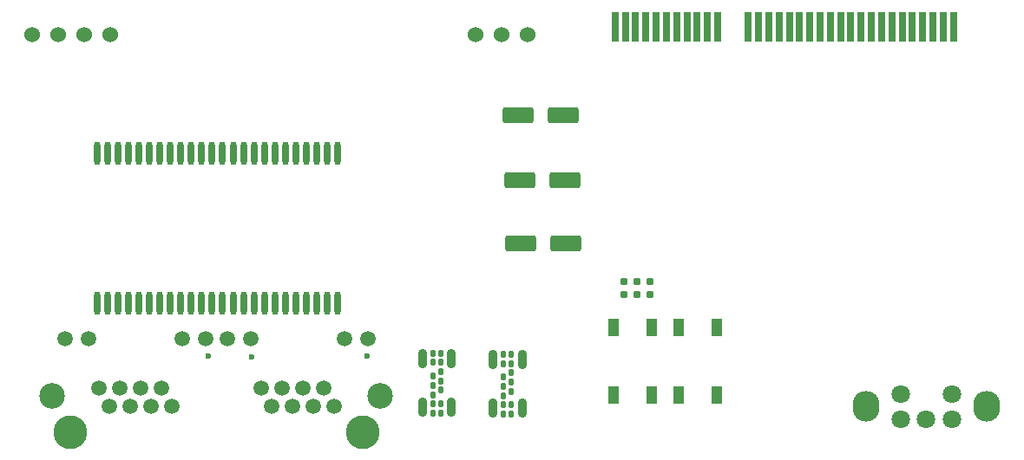
<source format=gbr>
%TF.GenerationSoftware,KiCad,Pcbnew,8.0.1*%
%TF.CreationDate,2024-05-07T15:17:13+02:00*%
%TF.ProjectId,WCH-Eth-Base,5743482d-4574-4682-9d42-6173652e6b69,rev?*%
%TF.SameCoordinates,Original*%
%TF.FileFunction,Copper,L1,Top*%
%TF.FilePolarity,Positive*%
%FSLAX46Y46*%
G04 Gerber Fmt 4.6, Leading zero omitted, Abs format (unit mm)*
G04 Created by KiCad (PCBNEW 8.0.1) date 2024-05-07 15:17:13*
%MOMM*%
%LPD*%
G01*
G04 APERTURE LIST*
G04 Aperture macros list*
%AMRoundRect*
0 Rectangle with rounded corners*
0 $1 Rounding radius*
0 $2 $3 $4 $5 $6 $7 $8 $9 X,Y pos of 4 corners*
0 Add a 4 corners polygon primitive as box body*
4,1,4,$2,$3,$4,$5,$6,$7,$8,$9,$2,$3,0*
0 Add four circle primitives for the rounded corners*
1,1,$1+$1,$2,$3*
1,1,$1+$1,$4,$5*
1,1,$1+$1,$6,$7*
1,1,$1+$1,$8,$9*
0 Add four rect primitives between the rounded corners*
20,1,$1+$1,$2,$3,$4,$5,0*
20,1,$1+$1,$4,$5,$6,$7,0*
20,1,$1+$1,$6,$7,$8,$9,0*
20,1,$1+$1,$8,$9,$2,$3,0*%
G04 Aperture macros list end*
%TA.AperFunction,SMDPad,CuDef*%
%ADD10R,1.000000X1.700000*%
%TD*%
%TA.AperFunction,ComponentPad*%
%ADD11C,3.300000*%
%TD*%
%TA.AperFunction,ComponentPad*%
%ADD12C,1.520000*%
%TD*%
%TA.AperFunction,ComponentPad*%
%ADD13C,2.500000*%
%TD*%
%TA.AperFunction,ComponentPad*%
%ADD14O,0.550000X0.700000*%
%TD*%
%TA.AperFunction,ComponentPad*%
%ADD15O,0.900000X1.900000*%
%TD*%
%TA.AperFunction,SMDPad,CuDef*%
%ADD16O,0.640000X2.300000*%
%TD*%
%TA.AperFunction,ConnectorPad*%
%ADD17C,0.787400*%
%TD*%
%TA.AperFunction,SMDPad,CuDef*%
%ADD18RoundRect,0.250000X-1.250000X-0.550000X1.250000X-0.550000X1.250000X0.550000X-1.250000X0.550000X0*%
%TD*%
%TA.AperFunction,ComponentPad*%
%ADD19O,2.600000X3.000000*%
%TD*%
%TA.AperFunction,ComponentPad*%
%ADD20C,1.800000*%
%TD*%
%TA.AperFunction,SMDPad,CuDef*%
%ADD21R,0.700000X3.000000*%
%TD*%
%TA.AperFunction,ComponentPad*%
%ADD22C,1.524000*%
%TD*%
%TA.AperFunction,ViaPad*%
%ADD23C,0.600000*%
%TD*%
G04 APERTURE END LIST*
D10*
%TO.P,SW1,1,1*%
%TO.N,GND*%
X59770400Y6402800D03*
%TO.P,SW1,2,2*%
%TO.N,nRst*%
X59770400Y13002800D03*
%TO.P,SW1,3*%
%TO.N,N/C*%
X63470400Y6402800D03*
%TO.P,SW1,4*%
X63470400Y13002800D03*
%TD*%
D11*
%TO.P,RJ1,*%
%TO.N,*%
X6755800Y2752800D03*
X35255800Y2752800D03*
D12*
%TO.P,RJ1,1,1*%
%TO.N,Eth0_BI_DA+*%
X16675800Y5292800D03*
%TO.P,RJ1,2,2*%
%TO.N,Eth0_BI_DA-*%
X15655800Y7082800D03*
%TO.P,RJ1,3,3*%
%TO.N,Eth0_BI_DB+*%
X14635800Y5292800D03*
%TO.P,RJ1,4,4*%
%TO.N,Eth0_BI_DC+*%
X13615800Y7082800D03*
%TO.P,RJ1,5,5*%
%TO.N,Eth0_BI_DC-*%
X12595800Y5292800D03*
%TO.P,RJ1,6,6*%
%TO.N,Eth0_BI_DB-*%
X11575800Y7082800D03*
%TO.P,RJ1,7,7*%
%TO.N,Eth0_BI_DD+*%
X10555800Y5292800D03*
%TO.P,RJ1,8,8*%
%TO.N,Eth0_BI_DD-*%
X9535800Y7082800D03*
%TO.P,RJ1,9,L-*%
%TO.N,Eth1_LedL*%
X19965800Y11892800D03*
%TO.P,RJ1,10,L+*%
%TO.N,Net-(R42-Pad2)*%
X17675800Y11892800D03*
%TO.P,RJ1,11,R-*%
%TO.N,Eth1_LedR*%
X8535800Y11892800D03*
%TO.P,RJ1,12,R+*%
%TO.N,Net-(R41-Pad2)*%
X6245800Y11892800D03*
%TO.P,RJ1,13,13*%
%TO.N,Eth1_BI_DA+*%
X32475800Y5292800D03*
%TO.P,RJ1,14,14*%
%TO.N,Eth1_BI_DA-*%
X31455800Y7082800D03*
%TO.P,RJ1,15,15*%
%TO.N,Eth1_BI_DB+*%
X30435800Y5292800D03*
%TO.P,RJ1,16,16*%
%TO.N,Eth1_BI_DC+*%
X29415800Y7082800D03*
%TO.P,RJ1,17,17*%
%TO.N,Eth1_BI_DC-*%
X28395800Y5292800D03*
%TO.P,RJ1,18,18*%
%TO.N,Eth1_BI_DB-*%
X27375800Y7082800D03*
%TO.P,RJ1,19,19*%
%TO.N,Eth1_BI_DD+*%
X26355800Y5292800D03*
%TO.P,RJ1,20,20*%
%TO.N,Eth1_BI_DD-*%
X25335800Y7082800D03*
%TO.P,RJ1,21,L-*%
%TO.N,Eth0_LedL*%
X35765800Y11892800D03*
%TO.P,RJ1,22,L+*%
%TO.N,Net-(R44-Pad2)*%
X33475800Y11892800D03*
%TO.P,RJ1,23,R-*%
%TO.N,Eth0_LedR*%
X24335800Y11892800D03*
%TO.P,RJ1,24,R+*%
%TO.N,Net-(R43-Pad2)*%
X22045800Y11892800D03*
D13*
%TO.P,RJ1,25,SHELL*%
%TO.N,Earth*%
X5005800Y6322800D03*
%TO.P,RJ1,26,SHELL*%
X37005800Y6322800D03*
%TD*%
D14*
%TO.P,J4,A1,GND*%
%TO.N,GND*%
X49034000Y4510800D03*
%TO.P,J4,A4,VBUS*%
%TO.N,Net-(D10-A)*%
X49034000Y5410800D03*
%TO.P,J4,A5,CC1*%
%TO.N,Net-(J4-CC1)*%
X49034000Y6320800D03*
%TO.P,J4,A6,D+*%
%TO.N,Net-(J4-D+-PadA6)*%
X49034000Y7220800D03*
%TO.P,J4,A7,D-*%
%TO.N,Net-(J4-D--PadA7)*%
X49034000Y8120800D03*
%TO.P,J4,A9,VBUS*%
%TO.N,Net-(D10-A)*%
X49034000Y9470800D03*
%TO.P,J4,A12,GND*%
%TO.N,GND*%
X49034000Y10370800D03*
%TO.P,J4,B1,GND*%
X49784000Y10370800D03*
%TO.P,J4,B4,VBUS*%
%TO.N,Net-(D10-A)*%
X49784000Y9470800D03*
%TO.P,J4,B5,CC2*%
%TO.N,Net-(J4-CC2)*%
X49784000Y8570800D03*
%TO.P,J4,B6,D+*%
%TO.N,Net-(J4-D+-PadA6)*%
X49784000Y7670800D03*
%TO.P,J4,B7,D-*%
%TO.N,Net-(J4-D--PadA7)*%
X49784000Y6760800D03*
%TO.P,J4,B9,VBUS*%
%TO.N,Net-(D10-A)*%
X49784000Y5410800D03*
%TO.P,J4,B12,GND*%
%TO.N,GND*%
X49784000Y4510800D03*
D15*
%TO.P,J4,SH1*%
%TO.N,N/C*%
X50834000Y9870800D03*
X50834000Y5070800D03*
%TO.P,J4,SH2*%
X47974000Y9870800D03*
X47974000Y5070800D03*
%TD*%
D16*
%TO.P,L2,1,1*%
%TO.N,Net-(L2-Pad1)*%
X32827400Y29992400D03*
%TO.P,L2,2,2*%
%TO.N,P1MDIAP*%
X31807400Y29992400D03*
%TO.P,L2,3,3*%
%TO.N,P1MDIAN*%
X30787400Y29992400D03*
%TO.P,L2,4,4*%
%TO.N,Net-(L2-Pad4)*%
X29767400Y29992400D03*
%TO.P,L2,5,5*%
%TO.N,P1MDIBP*%
X28747400Y29992400D03*
%TO.P,L2,6,6*%
%TO.N,P1MDIBN*%
X27727400Y29992400D03*
%TO.P,L2,7,7*%
%TO.N,Net-(L2-Pad7)*%
X26707400Y29992400D03*
%TO.P,L2,8,8*%
%TO.N,P1MDICP*%
X25687400Y29992400D03*
%TO.P,L2,9,9*%
%TO.N,P1MDICN*%
X24667400Y29992400D03*
%TO.P,L2,10,10*%
%TO.N,Net-(L2-Pad10)*%
X23647400Y29992400D03*
%TO.P,L2,11,11*%
%TO.N,P1MDIDP*%
X22627400Y29992400D03*
%TO.P,L2,12,12*%
%TO.N,P1MDIDN*%
X21607400Y29992400D03*
%TO.P,L2,13,13*%
%TO.N,Net-(L2-Pad13)*%
X20587400Y29992400D03*
%TO.P,L2,14,14*%
%TO.N,P2MDIAP*%
X19567400Y29992400D03*
%TO.P,L2,15,15*%
%TO.N,P2MDIAN*%
X18547400Y29992400D03*
%TO.P,L2,16,16*%
%TO.N,Net-(L2-Pad16)*%
X17527400Y29992400D03*
%TO.P,L2,17,17*%
%TO.N,P2MDIBP*%
X16507400Y29992400D03*
%TO.P,L2,18,18*%
%TO.N,P2MDIBN*%
X15487400Y29992400D03*
%TO.P,L2,19,19*%
%TO.N,Net-(L2-Pad19)*%
X14467400Y29992400D03*
%TO.P,L2,20,20*%
%TO.N,P2MDICP*%
X13447400Y29992400D03*
%TO.P,L2,21,21*%
%TO.N,P2MDICN*%
X12427400Y29992400D03*
%TO.P,L2,22,22*%
%TO.N,Net-(L2-Pad22)*%
X11407400Y29992400D03*
%TO.P,L2,23,23*%
%TO.N,P2MDIDP*%
X10387400Y29992400D03*
%TO.P,L2,24,24*%
%TO.N,P2MDIDN*%
X9367400Y29992400D03*
%TO.P,L2,25,25*%
%TO.N,Eth0_BI_DD-*%
X9367400Y15392400D03*
%TO.P,L2,26,26*%
%TO.N,Eth0_BI_DD+*%
X10387400Y15392400D03*
%TO.P,L2,27,27*%
%TO.N,Net-(C20-Pad1)*%
X11407400Y15392400D03*
%TO.P,L2,28,28*%
%TO.N,Eth0_BI_DC-*%
X12427400Y15392400D03*
%TO.P,L2,29,29*%
%TO.N,Eth0_BI_DC+*%
X13447400Y15392400D03*
%TO.P,L2,30,30*%
%TO.N,Net-(C21-Pad1)*%
X14467400Y15392400D03*
%TO.P,L2,31,31*%
%TO.N,Eth0_BI_DB-*%
X15487400Y15392400D03*
%TO.P,L2,32,32*%
%TO.N,Eth0_BI_DB+*%
X16507400Y15392400D03*
%TO.P,L2,33,33*%
%TO.N,Net-(C23-Pad1)*%
X17527400Y15392400D03*
%TO.P,L2,34,34*%
%TO.N,Eth0_BI_DA-*%
X18547400Y15392400D03*
%TO.P,L2,35,35*%
%TO.N,Eth0_BI_DA+*%
X19567400Y15392400D03*
%TO.P,L2,36,36*%
%TO.N,Net-(C24-Pad1)*%
X20587400Y15392400D03*
%TO.P,L2,37,37*%
%TO.N,Eth1_BI_DD-*%
X21607400Y15392400D03*
%TO.P,L2,38,38*%
%TO.N,Eth1_BI_DD+*%
X22627400Y15392400D03*
%TO.P,L2,39,39*%
%TO.N,Net-(C25-Pad1)*%
X23647400Y15392400D03*
%TO.P,L2,40,40*%
%TO.N,Eth1_BI_DC-*%
X24667400Y15392400D03*
%TO.P,L2,41,41*%
%TO.N,Eth1_BI_DC+*%
X25687400Y15392400D03*
%TO.P,L2,42,42*%
%TO.N,Net-(C26-Pad1)*%
X26707400Y15392400D03*
%TO.P,L2,43,43*%
%TO.N,Eth1_BI_DB-*%
X27727400Y15392400D03*
%TO.P,L2,44,44*%
%TO.N,Eth1_BI_DB+*%
X28747400Y15392400D03*
%TO.P,L2,45,45*%
%TO.N,Net-(C28-Pad1)*%
X29767400Y15392400D03*
%TO.P,L2,46,46*%
%TO.N,Eth1_BI_DA-*%
X30787400Y15392400D03*
%TO.P,L2,47,47*%
%TO.N,Eth1_BI_DA+*%
X31807400Y15392400D03*
%TO.P,L2,48,48*%
%TO.N,Net-(C29-Pad1)*%
X32827400Y15392400D03*
%TD*%
D17*
%TO.P,J6,1,VCC*%
%TO.N,+3.3V*%
X60756800Y16179800D03*
%TO.P,J6,2,SWDIO*%
%TO.N,SWDIO*%
X60756800Y17449800D03*
%TO.P,J6,3,~{RESET}*%
%TO.N,nRst*%
X62026800Y16179800D03*
%TO.P,J6,4,SWCLK*%
%TO.N,SWCLK*%
X62026800Y17449800D03*
%TO.P,J6,5,GND*%
%TO.N,GND*%
X63296800Y16179800D03*
%TO.P,J6,6,SWO*%
%TO.N,unconnected-(J6-SWO-Pad6)*%
X63296800Y17449800D03*
%TD*%
D14*
%TO.P,J5,A1,GND*%
%TO.N,GND*%
X42150600Y4601400D03*
%TO.P,J5,A4,VBUS*%
%TO.N,Net-(D11-A)*%
X42150600Y5501400D03*
%TO.P,J5,A5,CC1*%
%TO.N,Net-(J5-CC1)*%
X42150600Y6411400D03*
%TO.P,J5,A6,D+*%
%TO.N,Net-(J5-D+-PadA6)*%
X42150600Y7311400D03*
%TO.P,J5,A7,D-*%
%TO.N,Net-(J5-D--PadA7)*%
X42150600Y8211400D03*
%TO.P,J5,A9,VBUS*%
%TO.N,Net-(D11-A)*%
X42150600Y9561400D03*
%TO.P,J5,A12,GND*%
%TO.N,GND*%
X42150600Y10461400D03*
%TO.P,J5,B1,GND*%
X42900600Y10461400D03*
%TO.P,J5,B4,VBUS*%
%TO.N,Net-(D11-A)*%
X42900600Y9561400D03*
%TO.P,J5,B5,CC2*%
%TO.N,Net-(J5-CC2)*%
X42900600Y8661400D03*
%TO.P,J5,B6,D+*%
%TO.N,Net-(J5-D+-PadA6)*%
X42900600Y7761400D03*
%TO.P,J5,B7,D-*%
%TO.N,Net-(J5-D--PadA7)*%
X42900600Y6851400D03*
%TO.P,J5,B9,VBUS*%
%TO.N,Net-(D11-A)*%
X42900600Y5501400D03*
%TO.P,J5,B12,GND*%
%TO.N,GND*%
X42900600Y4601400D03*
D15*
%TO.P,J5,SH1*%
%TO.N,N/C*%
X43950600Y9961400D03*
X43950600Y5161400D03*
%TO.P,J5,SH2*%
X41090600Y9961400D03*
X41090600Y5161400D03*
%TD*%
D18*
%TO.P,C18,1*%
%TO.N,+3.3V*%
X50718000Y21183600D03*
%TO.P,C18,2*%
%TO.N,GND*%
X55118000Y21183600D03*
%TD*%
D19*
%TO.P,SW3,*%
%TO.N,*%
X96121600Y5258000D03*
X84421600Y5258000D03*
D20*
%TO.P,SW3,A,A*%
%TO.N,EncoderA*%
X87771600Y4008000D03*
%TO.P,SW3,B,B*%
%TO.N,EncoderB*%
X92771600Y4008000D03*
%TO.P,SW3,C,C*%
%TO.N,GND*%
X90271600Y4008000D03*
%TO.P,SW3,S1,S1*%
%TO.N,EncoderS1*%
X87771600Y6508000D03*
%TO.P,SW3,S2,S2*%
%TO.N,GND*%
X92771600Y6508000D03*
%TD*%
D21*
%TO.P,J1,1,Pin_1*%
%TO.N,GND*%
X59906600Y42400000D03*
%TO.P,J1,2,Pin_2*%
X60906600Y42400000D03*
%TO.P,J1,3,Pin_3*%
X61906600Y42400000D03*
%TO.P,J1,4,Pin_4*%
X62906600Y42400000D03*
%TO.P,J1,5,Pin_5*%
%TO.N,unconnected-(J1-Pin_5-Pad5)*%
X63906600Y42400000D03*
%TO.P,J1,6,Pin_6*%
%TO.N,unconnected-(J1-Pin_6-Pad6)*%
X64906600Y42400000D03*
%TO.P,J1,7,Pin_7*%
%TO.N,unconnected-(J1-Pin_7-Pad7)*%
X65906600Y42400000D03*
%TO.P,J1,8,Pin_8*%
%TO.N,unconnected-(J1-Pin_8-Pad8)*%
X66906600Y42400000D03*
%TO.P,J1,9,Pin_9*%
%TO.N,unconnected-(J1-Pin_9-Pad9)*%
X67906600Y42400000D03*
%TO.P,J1,10,Pin_10*%
%TO.N,unconnected-(J1-Pin_10-Pad10)*%
X68906600Y42400000D03*
%TO.P,J1,11,Pin_11*%
%TO.N,unconnected-(J1-Pin_11-Pad11)*%
X69906600Y42400000D03*
%TO.P,J1,12,Pin_12*%
%TO.N,unconnected-(J1-Pin_12-Pad12)*%
X72906600Y42400000D03*
%TO.P,J1,13,Pin_13*%
%TO.N,unconnected-(J1-Pin_13-Pad13)*%
X73906600Y42400000D03*
%TO.P,J1,14,Pin_14*%
%TO.N,unconnected-(J1-Pin_14-Pad14)*%
X74906600Y42400000D03*
%TO.P,J1,15,Pin_15*%
%TO.N,PE0*%
X75906600Y42400000D03*
%TO.P,J1,16,Pin_16*%
%TO.N,PE1*%
X76906600Y42400000D03*
%TO.P,J1,17,Pin_17*%
%TO.N,PE2*%
X77906600Y42400000D03*
%TO.P,J1,18,Pin_18*%
%TO.N,PE3*%
X78906600Y42400000D03*
%TO.P,J1,19,Pin_19*%
%TO.N,PE4*%
X79906600Y42400000D03*
%TO.P,J1,20,Pin_20*%
%TO.N,PE5*%
X80906600Y42400000D03*
%TO.P,J1,21,Pin_21*%
%TO.N,PE6*%
X81906600Y42400000D03*
%TO.P,J1,22,Pin_22*%
%TO.N,PE7*%
X82906600Y42400000D03*
%TO.P,J1,23,Pin_23*%
%TO.N,PE8*%
X83906600Y42400000D03*
%TO.P,J1,24,Pin_24*%
%TO.N,PE9*%
X84906600Y42400000D03*
%TO.P,J1,25,Pin_25*%
%TO.N,PE10*%
X85906600Y42400000D03*
%TO.P,J1,26,Pin_26*%
%TO.N,PE11*%
X86906600Y42400000D03*
%TO.P,J1,27,Pin_27*%
%TO.N,PE12*%
X87906600Y42400000D03*
%TO.P,J1,28,Pin_28*%
%TO.N,PE13*%
X88906600Y42400000D03*
%TO.P,J1,29,Pin_29*%
%TO.N,PE14*%
X89906600Y42400000D03*
%TO.P,J1,30,Pin_30*%
%TO.N,PE15*%
X90906600Y42400000D03*
%TO.P,J1,31,Pin_31*%
%TO.N,GND*%
X91906600Y42400000D03*
%TO.P,J1,32,Pin_32*%
X92906600Y42400000D03*
%TD*%
D22*
%TO.P,U4,1,B1*%
%TO.N,Net-(C20-Pad1)*%
X3033400Y41630600D03*
%TO.P,U4,2,B1*%
%TO.N,Net-(C21-Pad1)*%
X5573400Y41630600D03*
%TO.P,U4,3,B2*%
%TO.N,Net-(C23-Pad1)*%
X8113400Y41630600D03*
%TO.P,U4,4,B2*%
%TO.N,Net-(C24-Pad1)*%
X10653400Y41630600D03*
%TO.P,U4,5,V-*%
%TO.N,GND*%
X46253400Y41630600D03*
%TO.P,U4,6,V+*%
%TO.N,+12V*%
X48793400Y41630600D03*
%TO.P,U4,7,Adj*%
%TO.N,unconnected-(U4-Adj-Pad7)*%
X51333400Y41630600D03*
%TD*%
D10*
%TO.P,SW2,1,1*%
%TO.N,+3.3V*%
X66120400Y6402800D03*
%TO.P,SW2,2,2*%
%TO.N,Net-(U1-BOOT0)*%
X66120400Y13002800D03*
%TO.P,SW2,3*%
%TO.N,N/C*%
X69820400Y6402800D03*
%TO.P,SW2,4*%
X69820400Y13002800D03*
%TD*%
D18*
%TO.P,C19,1*%
%TO.N,+3.3V*%
X50473800Y33705800D03*
%TO.P,C19,2*%
%TO.N,GND*%
X54873800Y33705800D03*
%TD*%
%TO.P,C15,1*%
%TO.N,Net-(D12-K)*%
X50641800Y27381200D03*
%TO.P,C15,2*%
%TO.N,GND*%
X55041800Y27381200D03*
%TD*%
D23*
%TO.N,+3.3V*%
X35712400Y10160000D03*
X20243800Y10210800D03*
X24460200Y10134600D03*
%TD*%
M02*

</source>
